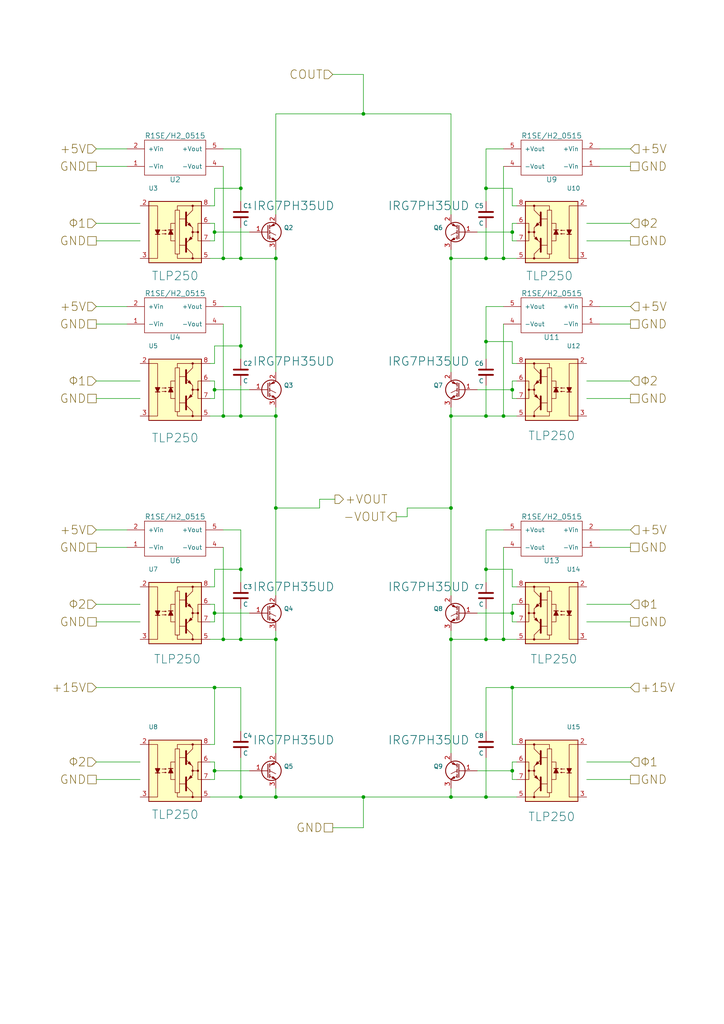
<source format=kicad_sch>
(kicad_sch (version 20231120) (generator "eeschema") (generator_version "8.0")
  (paper "A4" portrait)
  (title_block (title "Discharging Circuit") (date "2016-09-16") (rev "0.2") (comment 1 "This circuit discharges the capacitor with a biphasic waveform"))
  (lib_symbols
    (symbol "Device:C" (pin_numbers hide) (pin_names (offset 0.254))
      (property "Reference" "C" (at 0.635 2.54 0))
      (property "Value" "C" (at 0.635 -2.54 0))
      (symbol "C_0_1"
        (polyline (pts (xy -2.032 -0.762) (xy 2.032 -0.762)) (stroke (width 0.508)))
        (polyline (pts (xy -2.032 0.762) (xy 2.032 0.762)) (stroke (width 0.508)))
      )
      (symbol "C_1_1"
        (pin passive line (at 0 3.81 270) (length 2.794) (name "~") (number "1"))
        (pin passive line (at 0 -3.81 90) (length 2.794) (name "~") (number "2"))
      )
    )
    (symbol "Driver_FET:TLP250" (pin_names hide)
      (property "Reference" "U" (at 0 12.7 0))
      (property "Value" "TLP250" (at 0 10.16 0))
      (symbol "TLP250_0_1"
        (rectangle (start -7.62 8.89) (end 7.62 -8.89) (stroke (width 0.254)) (fill (type background)))
        (polyline (pts (xy -5.715 -0.635) (xy -4.445 -0.635)) (stroke (width 0.254)))
        (polyline (pts (xy -0.635 0.635) (xy -1.905 0.635)) (stroke (width 0.254)))
        (polyline (pts (xy 3.048 -3.81) (xy 1.27 -3.81)))
        (polyline (pts (xy 3.048 3.81) (xy 1.27 3.81)))
        (polyline (pts (xy 3.175 -4.445) (xy 5.08 -6.35)))
        (polyline (pts (xy 3.175 4.445) (xy 5.08 6.35)))
        (polyline (pts (xy 5.08 -6.35) (xy 5.08 -7.62)))
        (polyline (pts (xy 5.08 -1.27) (xy 3.175 -3.175)) (fill (type outline)))
        (polyline (pts (xy 5.08 0) (xy 6.604 0)))
        (polyline (pts (xy 5.08 1.27) (xy 3.175 3.175)) (fill (type outline)))
        (polyline (pts (xy 5.08 6.35) (xy 5.08 7.62)))
        (polyline (pts (xy 7.62 7.62) (xy 0.635 7.62)))
        (polyline (pts (xy -1.27 -0.635) (xy -1.27 -2.54) (xy 0 -2.54)))
        (polyline (pts (xy -1.27 0.635) (xy -1.27 2.54) (xy 0 2.54)))
        (polyline (pts (xy 0.635 -6.35) (xy 0.635 -7.62) (xy 7.62 -7.62)))
        (polyline (pts (xy 3.175 -5.715) (xy 3.175 -1.905) (xy 3.175 -1.905)) (stroke (width 0.508)))
        (polyline (pts (xy 3.175 5.715) (xy 3.175 1.905) (xy 3.175 1.905)) (stroke (width 0.508)))
        (polyline (pts (xy -7.62 7.62) (xy -5.08 7.62) (xy -5.08 -7.62) (xy -7.62 -7.62)))
        (polyline (pts (xy -5.08 -0.635) (xy -5.715 0.635) (xy -4.445 0.635) (xy -5.08 -0.635)) (stroke (width 0.254)) (fill (type outline)))
        (polyline (pts (xy -1.27 0.635) (xy -0.635 -0.635) (xy -1.905 -0.635) (xy -1.27 0.635)) (stroke (width 0.254)) (fill (type outline)))
        (polyline (pts (xy 7.62 2.54) (xy 6.604 2.54) (xy 6.604 -2.54) (xy 7.62 -2.54)))
        (polyline (pts (xy -3.81 -0.508) (xy -2.54 -0.508) (xy -2.921 -0.635) (xy -2.921 -0.381) (xy -2.54 -0.508)))
        (polyline (pts (xy -3.81 0.508) (xy -2.54 0.508) (xy -2.921 0.381) (xy -2.921 0.635) (xy -2.54 0.508)))
        (polyline (pts (xy 1.27 6.35) (xy 1.27 -6.35) (xy 0 -6.35) (xy 0 6.35) (xy 1.27 6.35)))
        (polyline (pts (xy 3.683 2.159) (xy 4.191 2.667) (xy 4.699 1.651) (xy 3.683 2.159) (xy 3.683 2.159)) (fill (type outline)))
        (polyline (pts (xy 4.953 -1.905) (xy 4.445 -1.397) (xy 3.937 -2.413) (xy 4.953 -1.905) (xy 4.953 -1.905)) (fill (type outline)))
        (rectangle (start 0.635 6.35) (end 0.635 6.35))
        (rectangle (start 0.635 6.35) (end 0.635 7.62))
        (circle (center 5.08 -7.62) (radius 0.254) (fill (type outline)))
        (circle (center 5.08 0) (radius 0.254) (fill (type outline)))
        (rectangle (start 5.08 1.27) (end 5.08 -1.27))
        (circle (center 5.08 7.62) (radius 0.254) (fill (type outline)))
        (circle (center 6.604 0) (radius 0.254) (fill (type outline)))
      )
      (symbol "TLP250_1_1"
        (pin no_connect line (at -7.62 2.54 0) (length 2.54) hide (name "NC") (number "1"))
        (pin passive line (at -10.16 7.62 0) (length 2.54) (name "A") (number "2"))
        (pin passive line (at -10.16 -7.62 0) (length 2.54) (name "C") (number "3"))
        (pin no_connect line (at -7.62 -2.54 0) (length 2.54) hide (name "NC") (number "4"))
        (pin power_in line (at 10.16 -7.62 180) (length 2.54) (name "VEE") (number "5"))
        (pin output line (at 10.16 2.54 180) (length 2.54) (name "VO") (number "6"))
        (pin output line (at 10.16 -2.54 180) (length 2.54) (name "VO") (number "7"))
        (pin power_in line (at 10.16 7.62 180) (length 2.54) (name "VCC") (number "8"))
      )
    )
    (symbol "OAED-library:R1SE/H2_0515" (pin_names (offset 1.016))
      (property "Reference" "U" (at 0 -6.35 0))
      (property "Value" "R1SE/H2_0515" (at 0 6.35 0))
      (symbol "R1SE/H2_0515_0_1"
        (rectangle (start -8.89 5.08) (end 8.89 -5.08))
      )
      (symbol "R1SE/H2_0515_1_1"
        (pin power_in line (at -13.97 -2.54 0) (length 5.08) (name "-Vin") (number "1"))
        (pin power_in line (at -13.97 2.54 0) (length 5.08) (name "+Vin") (number "2"))
        (pin power_out line (at 13.97 -2.54 180) (length 5.08) (name "-Vout") (number "4"))
        (pin power_out line (at 13.97 2.54 180) (length 5.08) (name "+Vout") (number "5"))
        (pin no_connect line (at -13.97 0 0) (length 5.08) hide (name "NC") (number "8"))
      )
    )
    (symbol "Transistor_IGBT:IRG4PF50W" (pin_names (offset 0) hide)
      (property "Reference" "Q" (at 5.08 1.905 0))
      (property "Value" "IRG4PF50W" (at 5.08 0 0))
      (symbol "IRG4PF50W_0_1"
        (polyline (pts (xy 0 0) (xy 0.254 0)))
        (polyline (pts (xy 0.762 -1.016) (xy 0.762 -2.032)) (stroke (width 0.254)))
        (polyline (pts (xy 0.762 0.508) (xy 0.762 -0.508)) (stroke (width 0.254)))
        (polyline (pts (xy 0.762 2.032) (xy 0.762 1.016)) (stroke (width 0.254)))
        (polyline (pts (xy 2.54 -2.413) (xy 0.762 -1.524)))
        (polyline (pts (xy 2.54 -0.889) (xy 0.762 0)))
        (polyline (pts (xy 2.54 2.413) (xy 0.762 1.524)))
        (polyline (pts (xy 0.254 1.905) (xy 0.254 -1.905) (xy 0.254 -1.905)) (stroke (width 0.254)))
        (polyline (pts (xy 1.397 -2.159) (xy 1.651 -1.651) (xy 2.54 -2.413) (xy 1.397 -2.159)) (fill (type outline)))
        (polyline (pts (xy 2.159 1.905) (xy 1.905 2.413) (xy 1.016 1.651) (xy 2.159 1.905)) (fill (type outline)))
        (circle (center 1.27 0) (radius 2.8194) (stroke (width 0.254)))
      )
      (symbol "IRG4PF50W_1_1"
        (pin input line (at -5.08 0 0) (length 5.08) (name "G") (number "1"))
        (pin passive line (at 2.54 5.08 270) (length 2.54) (name "C") (number "2"))
        (pin passive line (at 2.54 -5.08 90) (length 2.54) (name "E") (number "3"))
      )
    )
  )
  (junction (at 69.85 120.65))
  (junction (at 146.05 185.42))
  (junction (at 64.77 185.42))
  (junction (at 64.77 74.93))
  (junction (at 140.97 165.1))
  (junction (at 64.77 120.65))
  (junction (at 80.01 147.32))
  (junction (at 62.23 177.8))
  (junction (at 146.05 74.93))
  (junction (at 146.05 120.65))
  (junction (at 130.81 231.14))
  (junction (at 148.59 177.8))
  (junction (at 140.97 231.14))
  (junction (at 140.97 99.06))
  (junction (at 62.23 223.52))
  (junction (at 130.81 74.93))
  (junction (at 80.01 74.93))
  (junction (at 140.97 54.61))
  (junction (at 148.59 113.03))
  (junction (at 140.97 120.65))
  (junction (at 148.59 199.39))
  (junction (at 69.85 165.1))
  (junction (at 105.41 33.02))
  (junction (at 69.85 74.93))
  (junction (at 148.59 67.31))
  (junction (at 69.85 54.61))
  (junction (at 140.97 74.93))
  (junction (at 62.23 67.31))
  (junction (at 80.01 120.65))
  (junction (at 140.97 185.42))
  (junction (at 80.01 231.14))
  (junction (at 62.23 199.39))
  (junction (at 130.81 120.65))
  (junction (at 105.41 231.14))
  (junction (at 130.81 147.32))
  (junction (at 69.85 100.33))
  (junction (at 69.85 185.42))
  (junction (at 69.85 231.14))
  (junction (at 80.01 185.42))
  (junction (at 148.59 223.52))
  (junction (at 130.81 185.42))
  (junction (at 62.23 113.03))
  (wire (pts (xy 64.77 88.9) (xy 69.85 88.9)))
  (wire (pts (xy 27.94 69.85) (xy 40.64 69.85)))
  (wire (pts (xy 146.05 153.67) (xy 140.97 153.67)))
  (wire (pts (xy 62.23 177.8) (xy 62.23 180.34)))
  (wire (pts (xy 146.05 74.93) (xy 149.86 74.93)))
  (wire (pts (xy 148.59 113.03) (xy 148.59 115.57)))
  (wire (pts (xy 27.94 175.26) (xy 40.64 175.26)))
  (wire (pts (xy 173.99 93.98) (xy 182.88 93.98)))
  (wire (pts (xy 69.85 120.65) (xy 80.01 120.65)))
  (wire (pts (xy 173.99 48.26) (xy 182.88 48.26)))
  (wire (pts (xy 36.83 93.98) (xy 27.94 93.98)))
  (wire (pts (xy 69.85 185.42) (xy 80.01 185.42)))
  (wire (pts (xy 69.85 54.61) (xy 62.23 54.61)))
  (wire (pts (xy 80.01 147.32) (xy 92.71 147.32)))
  (wire (pts (xy 27.94 110.49) (xy 40.64 110.49)))
  (wire (pts (xy 27.94 43.18) (xy 36.83 43.18)))
  (wire (pts (xy 62.23 165.1) (xy 69.85 165.1)))
  (wire (pts (xy 64.77 93.98) (xy 64.77 120.65)))
  (wire (pts (xy 118.11 149.86) (xy 118.11 147.32)))
  (wire (pts (xy 60.96 105.41) (xy 62.23 105.41)))
  (wire (pts (xy 69.85 219.71) (xy 69.85 231.14)))
  (wire (pts (xy 60.96 231.14) (xy 69.85 231.14)))
  (wire (pts (xy 140.97 54.61) (xy 140.97 58.42)))
  (wire (pts (xy 182.88 153.67) (xy 173.99 153.67)))
  (wire (pts (xy 148.59 177.8) (xy 148.59 180.34)))
  (wire (pts (xy 92.71 147.32) (xy 92.71 144.78)))
  (wire (pts (xy 62.23 105.41) (xy 62.23 100.33)))
  (wire (pts (xy 182.88 226.06) (xy 170.18 226.06)))
  (wire (pts (xy 130.81 118.11) (xy 130.81 120.65)))
  (wire (pts (xy 27.94 64.77) (xy 40.64 64.77)))
  (wire (pts (xy 140.97 74.93) (xy 146.05 74.93)))
  (wire (pts (xy 80.01 147.32) (xy 80.01 172.72)))
  (wire (pts (xy 148.59 223.52) (xy 138.43 223.52)))
  (wire (pts (xy 105.41 33.02) (xy 130.81 33.02)))
  (wire (pts (xy 182.88 220.98) (xy 170.18 220.98)))
  (wire (pts (xy 62.23 69.85) (xy 60.96 69.85)))
  (wire (pts (xy 60.96 74.93) (xy 64.77 74.93)))
  (wire (pts (xy 149.86 215.9) (xy 148.59 215.9)))
  (wire (pts (xy 140.97 74.93) (xy 140.97 66.04)))
  (wire (pts (xy 64.77 185.42) (xy 69.85 185.42)))
  (wire (pts (xy 62.23 220.98) (xy 62.23 223.52)))
  (wire (pts (xy 80.01 231.14) (xy 80.01 228.6)))
  (wire (pts (xy 130.81 147.32) (xy 118.11 147.32)))
  (wire (pts (xy 60.96 64.77) (xy 62.23 64.77)))
  (wire (pts (xy 146.05 185.42) (xy 149.86 185.42)))
  (wire (pts (xy 148.59 69.85) (xy 149.86 69.85)))
  (wire (pts (xy 36.83 158.75) (xy 27.94 158.75)))
  (wire (pts (xy 105.41 231.14) (xy 130.81 231.14)))
  (wire (pts (xy 36.83 48.26) (xy 27.94 48.26)))
  (wire (pts (xy 62.23 175.26) (xy 62.23 177.8)))
  (wire (pts (xy 80.01 62.23) (xy 80.01 33.02)))
  (wire (pts (xy 62.23 215.9) (xy 62.23 199.39)))
  (wire (pts (xy 27.94 199.39) (xy 62.23 199.39)))
  (wire (pts (xy 69.85 199.39) (xy 69.85 212.09)))
  (wire (pts (xy 149.86 110.49) (xy 148.59 110.49)))
  (wire (pts (xy 149.86 59.69) (xy 148.59 59.69)))
  (wire (pts (xy 148.59 67.31) (xy 138.43 67.31)))
  (wire (pts (xy 27.94 226.06) (xy 40.64 226.06)))
  (wire (pts (xy 146.05 120.65) (xy 149.86 120.65)))
  (wire (pts (xy 27.94 220.98) (xy 40.64 220.98)))
  (wire (pts (xy 146.05 93.98) (xy 146.05 120.65)))
  (wire (pts (xy 62.23 177.8) (xy 72.39 177.8)))
  (wire (pts (xy 27.94 180.34) (xy 40.64 180.34)))
  (wire (pts (xy 140.97 165.1) (xy 140.97 168.91)))
  (wire (pts (xy 140.97 185.42) (xy 146.05 185.42)))
  (wire (pts (xy 60.96 120.65) (xy 64.77 120.65)))
  (wire (pts (xy 80.01 33.02) (xy 105.41 33.02)))
  (wire (pts (xy 64.77 120.65) (xy 69.85 120.65)))
  (wire (pts (xy 62.23 115.57) (xy 60.96 115.57)))
  (wire (pts (xy 60.96 185.42) (xy 64.77 185.42)))
  (wire (pts (xy 60.96 110.49) (xy 62.23 110.49)))
  (wire (pts (xy 62.23 110.49) (xy 62.23 113.03)))
  (wire (pts (xy 80.01 182.88) (xy 80.01 185.42)))
  (wire (pts (xy 69.85 66.04) (xy 69.85 74.93)))
  (wire (pts (xy 182.88 110.49) (xy 170.18 110.49)))
  (wire (pts (xy 149.86 220.98) (xy 148.59 220.98)))
  (wire (pts (xy 148.59 220.98) (xy 148.59 223.52)))
  (wire (pts (xy 140.97 120.65) (xy 140.97 111.76)))
  (wire (pts (xy 140.97 231.14) (xy 149.86 231.14)))
  (wire (pts (xy 148.59 64.77) (xy 148.59 67.31)))
  (wire (pts (xy 92.71 144.78) (xy 97.155 144.78)))
  (wire (pts (xy 148.59 177.8) (xy 138.43 177.8)))
  (wire (pts (xy 27.94 115.57) (xy 40.64 115.57)))
  (wire (pts (xy 148.59 113.03) (xy 138.43 113.03)))
  (wire (pts (xy 62.23 54.61) (xy 62.23 59.69)))
  (wire (pts (xy 140.97 43.18) (xy 140.97 54.61)))
  (wire (pts (xy 105.41 240.03) (xy 96.52 240.03)))
  (wire (pts (xy 64.77 43.18) (xy 69.85 43.18)))
  (wire (pts (xy 62.23 223.52) (xy 72.39 223.52)))
  (wire (pts (xy 140.97 231.14) (xy 140.97 219.71)))
  (wire (pts (xy 148.59 54.61) (xy 140.97 54.61)))
  (wire (pts (xy 182.88 115.57) (xy 170.18 115.57)))
  (wire (pts (xy 69.85 153.67) (xy 69.85 165.1)))
  (wire (pts (xy 130.81 74.93) (xy 140.97 74.93)))
  (wire (pts (xy 60.96 175.26) (xy 62.23 175.26)))
  (wire (pts (xy 182.88 64.77) (xy 170.18 64.77)))
  (wire (pts (xy 148.59 59.69) (xy 148.59 54.61)))
  (wire (pts (xy 62.23 113.03) (xy 62.23 115.57)))
  (wire (pts (xy 69.85 74.93) (xy 80.01 74.93)))
  (wire (pts (xy 60.96 215.9) (xy 62.23 215.9)))
  (wire (pts (xy 148.59 67.31) (xy 148.59 69.85)))
  (wire (pts (xy 130.81 147.32) (xy 130.81 172.72)))
  (wire (pts (xy 140.97 199.39) (xy 148.59 199.39)))
  (wire (pts (xy 130.81 185.42) (xy 130.81 218.44)))
  (wire (pts (xy 69.85 231.14) (xy 80.01 231.14)))
  (wire (pts (xy 80.01 120.65) (xy 80.01 147.32)))
  (wire (pts (xy 140.97 99.06) (xy 148.59 99.06)))
  (wire (pts (xy 130.81 74.93) (xy 130.81 107.95)))
  (wire (pts (xy 140.97 99.06) (xy 140.97 104.14)))
  (wire (pts (xy 62.23 59.69) (xy 60.96 59.69)))
  (wire (pts (xy 62.23 64.77) (xy 62.23 67.31)))
  (wire (pts (xy 60.96 170.18) (xy 62.23 170.18)))
  (wire (pts (xy 182.88 43.18) (xy 173.99 43.18)))
  (wire (pts (xy 130.81 120.65) (xy 130.81 147.32)))
  (wire (pts (xy 140.97 212.09) (xy 140.97 199.39)))
  (wire (pts (xy 148.59 99.06) (xy 148.59 105.41)))
  (wire (pts (xy 140.97 88.9) (xy 140.97 99.06)))
  (wire (pts (xy 69.85 165.1) (xy 69.85 168.91)))
  (wire (pts (xy 140.97 153.67) (xy 140.97 165.1)))
  (wire (pts (xy 149.86 175.26) (xy 148.59 175.26)))
  (wire (pts (xy 69.85 100.33) (xy 69.85 104.14)))
  (wire (pts (xy 27.94 88.9) (xy 36.83 88.9)))
  (wire (pts (xy 60.96 220.98) (xy 62.23 220.98)))
  (wire (pts (xy 64.77 48.26) (xy 64.77 74.93)))
  (wire (pts (xy 148.59 180.34) (xy 149.86 180.34)))
  (wire (pts (xy 69.85 176.53) (xy 69.85 185.42)))
  (wire (pts (xy 69.85 88.9) (xy 69.85 100.33)))
  (wire (pts (xy 62.23 199.39) (xy 69.85 199.39)))
  (wire (pts (xy 27.94 153.67) (xy 36.83 153.67)))
  (wire (pts (xy 148.59 110.49) (xy 148.59 113.03)))
  (wire (pts (xy 69.85 54.61) (xy 69.85 58.42)))
  (wire (pts (xy 148.59 199.39) (xy 182.88 199.39)))
  (wire (pts (xy 96.52 21.59) (xy 105.41 21.59)))
  (wire (pts (xy 130.81 120.65) (xy 140.97 120.65)))
  (wire (pts (xy 62.23 113.03) (xy 72.39 113.03)))
  (wire (pts (xy 148.59 115.57) (xy 149.86 115.57)))
  (wire (pts (xy 140.97 88.9) (xy 146.05 88.9)))
  (wire (pts (xy 148.59 175.26) (xy 148.59 177.8)))
  (wire (pts (xy 148.59 223.52) (xy 148.59 226.06)))
  (wire (pts (xy 62.23 100.33) (xy 69.85 100.33)))
  (wire (pts (xy 69.85 111.76) (xy 69.85 120.65)))
  (wire (pts (xy 148.59 170.18) (xy 149.86 170.18)))
  (wire (pts (xy 130.81 182.88) (xy 130.81 185.42)))
  (wire (pts (xy 105.41 21.59) (xy 105.41 33.02)))
  (wire (pts (xy 182.88 175.26) (xy 170.18 175.26)))
  (wire (pts (xy 62.23 67.31) (xy 62.23 69.85)))
  (wire (pts (xy 130.81 72.39) (xy 130.81 74.93)))
  (wire (pts (xy 140.97 165.1) (xy 148.59 165.1)))
  (wire (pts (xy 105.41 231.14) (xy 105.41 240.03)))
  (wire (pts (xy 130.81 185.42) (xy 140.97 185.42)))
  (wire (pts (xy 182.88 180.34) (xy 170.18 180.34)))
  (wire (pts (xy 146.05 48.26) (xy 146.05 74.93)))
  (wire (pts (xy 62.23 180.34) (xy 60.96 180.34)))
  (wire (pts (xy 146.05 158.75) (xy 146.05 185.42)))
  (wire (pts (xy 148.59 105.41) (xy 149.86 105.41)))
  (wire (pts (xy 173.99 158.75) (xy 182.88 158.75)))
  (wire (pts (xy 130.81 231.14) (xy 130.81 228.6)))
  (wire (pts (xy 80.01 118.11) (xy 80.01 120.65)))
  (wire (pts (xy 80.01 74.93) (xy 80.01 107.95)))
  (wire (pts (xy 149.86 64.77) (xy 148.59 64.77)))
  (wire (pts (xy 182.88 69.85) (xy 170.18 69.85)))
  (wire (pts (xy 69.85 43.18) (xy 69.85 54.61)))
  (wire (pts (xy 80.01 231.14) (xy 105.41 231.14)))
  (wire (pts (xy 148.59 165.1) (xy 148.59 170.18)))
  (wire (pts (xy 80.01 72.39) (xy 80.01 74.93)))
  (wire (pts (xy 64.77 158.75) (xy 64.77 185.42)))
  (wire (pts (xy 64.77 74.93) (xy 69.85 74.93)))
  (wire (pts (xy 62.23 170.18) (xy 62.23 165.1)))
  (wire (pts (xy 130.81 33.02) (xy 130.81 62.23)))
  (wire (pts (xy 148.59 226.06) (xy 149.86 226.06)))
  (wire (pts (xy 62.23 67.31) (xy 72.39 67.31)))
  (wire (pts (xy 182.88 88.9) (xy 173.99 88.9)))
  (wire (pts (xy 64.77 153.67) (xy 69.85 153.67)))
  (wire (pts (xy 140.97 176.53) (xy 140.97 185.42)))
  (wire (pts (xy 80.01 185.42) (xy 80.01 218.44)))
  (wire (pts (xy 62.23 226.06) (xy 60.96 226.06)))
  (wire (pts (xy 130.81 231.14) (xy 140.97 231.14)))
  (wire (pts (xy 140.97 120.65) (xy 146.05 120.65)))
  (wire (pts (xy 146.05 43.18) (xy 140.97 43.18)))
  (wire (pts (xy 148.59 215.9) (xy 148.59 199.39)))
  (wire (pts (xy 114.935 149.86) (xy 118.11 149.86)))
  (wire (pts (xy 62.23 223.52) (xy 62.23 226.06)))
  (hierarchical_label "+5V" (shape input) (at 182.88 43.18 0) (effects (font (size 2.4892 2.4892))))
  (hierarchical_label "+15V" (shape input) (at 182.88 199.39 0) (effects (font (size 2.4892 2.4892))))
  (hierarchical_label "GND" (shape passive) (at 27.94 180.34 180) (effects (font (size 2.4892 2.4892))))
  (hierarchical_label "Φ1" (shape input) (at 27.94 110.49 180) (effects (font (size 2.4892 2.4892))))
  (hierarchical_label "GND" (shape passive) (at 182.88 48.26 0) (effects (font (size 2.4892 2.4892))))
  (hierarchical_label "GND" (shape passive) (at 182.88 180.34 0) (effects (font (size 2.4892 2.4892))))
  (hierarchical_label "+5V" (shape input) (at 182.88 153.67 0) (effects (font (size 2.4892 2.4892))))
  (hierarchical_label "Φ1" (shape input) (at 182.88 220.98 0) (effects (font (size 2.4892 2.4892))))
  (hierarchical_label "COUT" (shape input) (at 96.52 21.59 180) (effects (font (size 2.4892 2.4892))))
  (hierarchical_label "GND" (shape passive) (at 27.94 69.85 180) (effects (font (size 2.4892 2.4892))))
  (hierarchical_label "+15V" (shape input) (at 27.94 199.39 180) (effects (font (size 2.4892 2.4892))))
  (hierarchical_label "Φ2" (shape input) (at 182.88 64.77 0) (effects (font (size 2.4892 2.4892))))
  (hierarchical_label "GND" (shape passive) (at 182.88 69.85 0) (effects (font (size 2.4892 2.4892))))
  (hierarchical_label "+VOUT" (shape output) (at 97.155 144.78 0) (effects (font (size 2.4892 2.4892))))
  (hierarchical_label "GND" (shape passive) (at 27.94 115.57 180) (effects (font (size 2.4892 2.4892))))
  (hierarchical_label "GND" (shape passive) (at 182.88 115.57 0) (effects (font (size 2.4892 2.4892))))
  (hierarchical_label "Φ1" (shape input) (at 182.88 175.26 0) (effects (font (size 2.4892 2.4892))))
  (hierarchical_label "GND" (shape passive) (at 27.94 226.06 180) (effects (font (size 2.4892 2.4892))))
  (hierarchical_label "GND" (shape passive) (at 27.94 93.98 180) (effects (font (size 2.4892 2.4892))))
  (hierarchical_label "GND" (shape passive) (at 96.52 240.03 180) (effects (font (size 2.4892 2.4892))))
  (hierarchical_label "Φ2" (shape input) (at 27.94 220.98 180) (effects (font (size 2.4892 2.4892))))
  (hierarchical_label "GND" (shape passive) (at 182.88 158.75 0) (effects (font (size 2.4892 2.4892))))
  (hierarchical_label "GND" (shape passive) (at 182.88 93.98 0) (effects (font (size 2.4892 2.4892))))
  (hierarchical_label "Φ1" (shape input) (at 27.94 64.77 180) (effects (font (size 2.4892 2.4892))))
  (hierarchical_label "GND" (shape passive) (at 182.88 226.06 0) (effects (font (size 2.4892 2.4892))))
  (hierarchical_label "GND" (shape passive) (at 27.94 158.75 180) (effects (font (size 2.4892 2.4892))))
  (hierarchical_label "+5V" (shape input) (at 27.94 43.18 180) (effects (font (size 2.4892 2.4892))))
  (hierarchical_label "+5V" (shape input) (at 182.88 88.9 0) (effects (font (size 2.4892 2.4892))))
  (hierarchical_label "-VOUT" (shape output) (at 114.935 149.86 180) (effects (font (size 2.4892 2.4892))))
  (hierarchical_label "Φ2" (shape input) (at 182.88 110.49 0) (effects (font (size 2.4892 2.4892))))
  (hierarchical_label "Φ2" (shape input) (at 27.94 175.26 180) (effects (font (size 2.4892 2.4892))))
  (hierarchical_label "+5V" (shape input) (at 27.94 88.9 180) (effects (font (size 2.4892 2.4892))))
  (hierarchical_label "GND" (shape passive) (at 27.94 48.26 180) (effects (font (size 2.4892 2.4892))))
  (hierarchical_label "+5V" (shape input) (at 27.94 153.67 180) (effects (font (size 2.4892 2.4892))))
  (symbol (lib_id "Transistor_IGBT:IRG4PF50W") (at 77.47 67.31 0) (unit 1)
    (property "Reference" "Q2" (at 85.09 66.04 0) (effects (justify right)))
    (property "Value" "IRG7PH35UD" (at 97.155 59.69 0) (effects (font (size 2.4892 2.4892)) (justify right)))
    (property "Footprint" "Package_TO_SOT_THT:TO-247-3_Vertical" (effects (hide yes)))
    (property "Datasheet" "http://www.irf.com/product-info/datasheets/data/irg4pf50w.pdf" (effects (hide yes)))
    (property "Description" "28A, 900V, N-Channel IGBT" (effects (hide yes)))
  )
  (symbol (lib_id "Driver_FET:TLP250") (at 50.8 67.31 0) (unit 1)
    (property "Reference" "U3" (at 44.45 54.61 0))
    (property "Value" "TLP250" (at 50.8 80.01 0) (effects (font (size 2.4892 2.4892))))
    (property "Footprint" "Package_DIP:DIP-8_W7.62mm" (effects (hide yes)))
    (property "Datasheet" "http://toshiba.semicon-storage.com/info/docget.jsp?did=16821&prodName=TLP250" (effects (hide yes)))
    (property "Description" "Gate Drive Optocoupler, Output Current 1.5/1.5A, DIP-8" (effects (hide yes)))
  )
  (symbol (lib_id "OAED-library:R1SE/H2_0515") (at 50.8 45.72 0) (unit 1)
    (property "Reference" "U2" (at 50.8 52.07 0) (effects (font (size 1.524 1.524))))
    (property "Value" "R1SE/H2_0515" (at 50.8 39.37 0) (effects (font (size 1.524 1.524))))
  )
  (symbol (lib_id "Device:C") (at 69.85 62.23 0) (unit 1)
    (property "Reference" "C1" (at 70.485 59.69 0) (effects (justify left)))
    (property "Value" "C" (at 70.485 64.77 0) (effects (justify left)))
  )
  (symbol (lib_id "Transistor_IGBT:IRG4PF50W") (at 77.47 113.03 0) (unit 1)
    (property "Reference" "Q3" (at 85.09 111.76 0) (effects (justify right)))
    (property "Value" "IRG7PH35UD" (at 97.155 104.775 0) (effects (font (size 2.4892 2.4892)) (justify right)))
    (property "Footprint" "Package_TO_SOT_THT:TO-247-3_Vertical" (effects (hide yes)))
    (property "Datasheet" "http://www.irf.com/product-info/datasheets/data/irg4pf50w.pdf" (effects (hide yes)))
    (property "Description" "28A, 900V, N-Channel IGBT" (effects (hide yes)))
  )
  (symbol (lib_id "Driver_FET:TLP250") (at 50.8 113.03 0) (unit 1)
    (property "Reference" "U5" (at 44.45 100.33 0))
    (property "Value" "TLP250" (at 50.8 127 0) (effects (font (size 2.4892 2.4892))))
    (property "Footprint" "Package_DIP:DIP-8_W7.62mm" (effects (hide yes)))
    (property "Datasheet" "http://toshiba.semicon-storage.com/info/docget.jsp?did=16821&prodName=TLP250" (effects (hide yes)))
    (property "Description" "Gate Drive Optocoupler, Output Current 1.5/1.5A, DIP-8" (effects (hide yes)))
  )
  (symbol (lib_id "OAED-library:R1SE/H2_0515") (at 50.8 91.44 0) (unit 1)
    (property "Reference" "U4" (at 50.8 97.79 0) (effects (font (size 1.524 1.524))))
    (property "Value" "R1SE/H2_0515" (at 50.8 85.09 0) (effects (font (size 1.524 1.524))))
  )
  (symbol (lib_id "Device:C") (at 69.85 107.95 0) (unit 1)
    (property "Reference" "C2" (at 70.485 105.41 0) (effects (justify left)))
    (property "Value" "C" (at 70.485 110.49 0) (effects (justify left)))
  )
  (symbol (lib_id "Transistor_IGBT:IRG4PF50W") (at 133.35 67.31 0) (mirror y) (unit 1)
    (property "Reference" "Q6" (at 125.73 66.04 0) (effects (justify right)))
    (property "Value" "IRG7PH35UD" (at 112.395 59.69 0) (effects (font (size 2.4892 2.4892)) (justify right)))
    (property "Footprint" "Package_TO_SOT_THT:TO-247-3_Vertical" (effects (hide yes)))
    (property "Datasheet" "http://www.irf.com/product-info/datasheets/data/irg4pf50w.pdf" (effects (hide yes)))
    (property "Description" "28A, 900V, N-Channel IGBT" (effects (hide yes)))
  )
  (symbol (lib_id "Driver_FET:TLP250") (at 160.02 67.31 0) (mirror y) (unit 1)
    (property "Reference" "U10" (at 166.37 54.61 0))
    (property "Value" "TLP250" (at 159.385 80.01 0) (effects (font (size 2.4892 2.4892))))
    (property "Footprint" "Package_DIP:DIP-8_W7.62mm" (effects (hide yes)))
    (property "Datasheet" "http://toshiba.semicon-storage.com/info/docget.jsp?did=16821&prodName=TLP250" (effects (hide yes)))
    (property "Description" "Gate Drive Optocoupler, Output Current 1.5/1.5A, DIP-8" (effects (hide yes)))
  )
  (symbol (lib_id "OAED-library:R1SE/H2_0515") (at 160.02 45.72 0) (mirror y) (unit 1)
    (property "Reference" "U9" (at 160.02 52.07 0) (effects (font (size 1.524 1.524))))
    (property "Value" "R1SE/H2_0515" (at 160.02 39.37 0) (effects (font (size 1.524 1.524))))
  )
  (symbol (lib_id "Device:C") (at 140.97 62.23 0) (mirror y) (unit 1)
    (property "Reference" "C5" (at 140.335 59.69 0) (effects (justify left)))
    (property "Value" "C" (at 140.335 64.77 0) (effects (justify left)))
  )
  (symbol (lib_id "Transistor_IGBT:IRG4PF50W") (at 133.35 113.03 0) (mirror y) (unit 1)
    (property "Reference" "Q7" (at 125.73 111.76 0) (effects (justify right)))
    (property "Value" "IRG7PH35UD" (at 112.395 104.775 0) (effects (font (size 2.4892 2.4892)) (justify right)))
    (property "Footprint" "Package_TO_SOT_THT:TO-247-3_Vertical" (effects (hide yes)))
    (property "Datasheet" "http://www.irf.com/product-info/datasheets/data/irg4pf50w.pdf" (effects (hide yes)))
    (property "Description" "28A, 900V, N-Channel IGBT" (effects (hide yes)))
  )
  (symbol (lib_id "Driver_FET:TLP250") (at 160.02 113.03 0) (mirror y) (unit 1)
    (property "Reference" "U12" (at 166.37 100.33 0))
    (property "Value" "TLP250" (at 160.02 126.365 0) (effects (font (size 2.4892 2.4892))))
    (property "Footprint" "Package_DIP:DIP-8_W7.62mm" (effects (hide yes)))
    (property "Datasheet" "http://toshiba.semicon-storage.com/info/docget.jsp?did=16821&prodName=TLP250" (effects (hide yes)))
    (property "Description" "Gate Drive Optocoupler, Output Current 1.5/1.5A, DIP-8" (effects (hide yes)))
  )
  (symbol (lib_id "OAED-library:R1SE/H2_0515") (at 160.02 91.44 0) (mirror y) (unit 1)
    (property "Reference" "U11" (at 160.02 97.79 0) (effects (font (size 1.524 1.524))))
    (property "Value" "R1SE/H2_0515" (at 160.02 85.09 0) (effects (font (size 1.524 1.524))))
  )
  (symbol (lib_id "Device:C") (at 140.97 107.95 0) (mirror y) (unit 1)
    (property "Reference" "C6" (at 140.335 105.41 0) (effects (justify left)))
    (property "Value" "C" (at 140.335 110.49 0) (effects (justify left)))
  )
  (symbol (lib_id "Transistor_IGBT:IRG4PF50W") (at 77.47 177.8 0) (unit 1)
    (property "Reference" "Q4" (at 85.09 176.53 0) (effects (justify right)))
    (property "Value" "IRG7PH35UD" (at 97.155 170.18 0) (effects (font (size 2.4892 2.4892)) (justify right)))
    (property "Footprint" "Package_TO_SOT_THT:TO-247-3_Vertical" (effects (hide yes)))
    (property "Datasheet" "http://www.irf.com/product-info/datasheets/data/irg4pf50w.pdf" (effects (hide yes)))
    (property "Description" "28A, 900V, N-Channel IGBT" (effects (hide yes)))
  )
  (symbol (lib_id "Driver_FET:TLP250") (at 50.8 177.8 0) (unit 1)
    (property "Reference" "U7" (at 44.45 165.1 0))
    (property "Value" "TLP250" (at 51.435 191.135 0) (effects (font (size 2.4892 2.4892))))
    (property "Footprint" "Package_DIP:DIP-8_W7.62mm" (effects (hide yes)))
    (property "Datasheet" "http://toshiba.semicon-storage.com/info/docget.jsp?did=16821&prodName=TLP250" (effects (hide yes)))
    (property "Description" "Gate Drive Optocoupler, Output Current 1.5/1.5A, DIP-8" (effects (hide yes)))
  )
  (symbol (lib_id "OAED-library:R1SE/H2_0515") (at 50.8 156.21 0) (unit 1)
    (property "Reference" "U6" (at 50.8 162.56 0) (effects (font (size 1.524 1.524))))
    (property "Value" "R1SE/H2_0515" (at 50.8 149.86 0) (effects (font (size 1.524 1.524))))
  )
  (symbol (lib_id "Device:C") (at 69.85 172.72 0) (unit 1)
    (property "Reference" "C3" (at 70.485 170.18 0) (effects (justify left)))
    (property "Value" "C" (at 70.485 175.26 0) (effects (justify left)))
  )
  (symbol (lib_id "Transistor_IGBT:IRG4PF50W") (at 77.47 223.52 0) (unit 1)
    (property "Reference" "Q5" (at 85.09 222.25 0) (effects (justify right)))
    (property "Value" "IRG7PH35UD" (at 97.155 214.63 0) (effects (font (size 2.4892 2.4892)) (justify right)))
    (property "Footprint" "Package_TO_SOT_THT:TO-247-3_Vertical" (effects (hide yes)))
    (property "Datasheet" "http://www.irf.com/product-info/datasheets/data/irg4pf50w.pdf" (effects (hide yes)))
    (property "Description" "28A, 900V, N-Channel IGBT" (effects (hide yes)))
  )
  (symbol (lib_id "Driver_FET:TLP250") (at 50.8 223.52 0) (unit 1)
    (property "Reference" "U8" (at 44.45 210.82 0))
    (property "Value" "TLP250" (at 50.8 236.22 0) (effects (font (size 2.4892 2.4892))))
    (property "Footprint" "Package_DIP:DIP-8_W7.62mm" (effects (hide yes)))
    (property "Datasheet" "http://toshiba.semicon-storage.com/info/docget.jsp?did=16821&prodName=TLP250" (effects (hide yes)))
    (property "Description" "Gate Drive Optocoupler, Output Current 1.5/1.5A, DIP-8" (effects (hide yes)))
  )
  (symbol (lib_id "Device:C") (at 69.85 215.9 0) (unit 1)
    (property "Reference" "C4" (at 70.485 213.36 0) (effects (justify left)))
    (property "Value" "C" (at 70.485 218.44 0) (effects (justify left)))
  )
  (symbol (lib_id "Transistor_IGBT:IRG4PF50W") (at 133.35 177.8 0) (mirror y) (unit 1)
    (property "Reference" "Q8" (at 125.73 176.53 0) (effects (justify right)))
    (property "Value" "IRG7PH35UD" (at 112.395 170.18 0) (effects (font (size 2.4892 2.4892)) (justify right)))
    (property "Footprint" "Package_TO_SOT_THT:TO-247-3_Vertical" (effects (hide yes)))
    (property "Datasheet" "http://www.irf.com/product-info/datasheets/data/irg4pf50w.pdf" (effects (hide yes)))
    (property "Description" "28A, 900V, N-Channel IGBT" (effects (hide yes)))
  )
  (symbol (lib_id "Driver_FET:TLP250") (at 160.02 177.8 0) (mirror y) (unit 1)
    (property "Reference" "U14" (at 166.37 165.1 0))
    (property "Value" "TLP250" (at 160.655 191.135 0) (effects (font (size 2.4892 2.4892))))
    (property "Footprint" "Package_DIP:DIP-8_W7.62mm" (effects (hide yes)))
    (property "Datasheet" "http://toshiba.semicon-storage.com/info/docget.jsp?did=16821&prodName=TLP250" (effects (hide yes)))
    (property "Description" "Gate Drive Optocoupler, Output Current 1.5/1.5A, DIP-8" (effects (hide yes)))
  )
  (symbol (lib_id "OAED-library:R1SE/H2_0515") (at 160.02 156.21 0) (mirror y) (unit 1)
    (property "Reference" "U13" (at 160.02 162.56 0) (effects (font (size 1.524 1.524))))
    (property "Value" "R1SE/H2_0515" (at 160.02 149.86 0) (effects (font (size 1.524 1.524))))
  )
  (symbol (lib_id "Device:C") (at 140.97 172.72 0) (mirror y) (unit 1)
    (property "Reference" "C7" (at 140.335 170.18 0) (effects (justify left)))
    (property "Value" "C" (at 140.335 175.26 0) (effects (justify left)))
  )
  (symbol (lib_id "Transistor_IGBT:IRG4PF50W") (at 133.35 223.52 0) (mirror y) (unit 1)
    (property "Reference" "Q9" (at 125.73 222.25 0) (effects (justify right)))
    (property "Value" "IRG7PH35UD" (at 112.395 214.63 0) (effects (font (size 2.4892 2.4892)) (justify right)))
    (property "Footprint" "Package_TO_SOT_THT:TO-247-3_Vertical" (effects (hide yes)))
    (property "Datasheet" "http://www.irf.com/product-info/datasheets/data/irg4pf50w.pdf" (effects (hide yes)))
    (property "Description" "28A, 900V, N-Channel IGBT" (effects (hide yes)))
  )
  (symbol (lib_id "Driver_FET:TLP250") (at 160.02 223.52 0) (mirror y) (unit 1)
    (property "Reference" "U15" (at 166.37 210.82 0))
    (property "Value" "TLP250" (at 160.02 236.855 0) (effects (font (size 2.4892 2.4892))))
    (property "Footprint" "Package_DIP:DIP-8_W7.62mm" (effects (hide yes)))
    (property "Datasheet" "http://toshiba.semicon-storage.com/info/docget.jsp?did=16821&prodName=TLP250" (effects (hide yes)))
    (property "Description" "Gate Drive Optocoupler, Output Current 1.5/1.5A, DIP-8" (effects (hide yes)))
  )
  (symbol (lib_id "Device:C") (at 140.97 215.9 0) (mirror y) (unit 1)
    (property "Reference" "C8" (at 140.335 213.36 0) (effects (justify left)))
    (property "Value" "C" (at 140.335 218.44 0) (effects (justify left)))
  )
)
</source>
